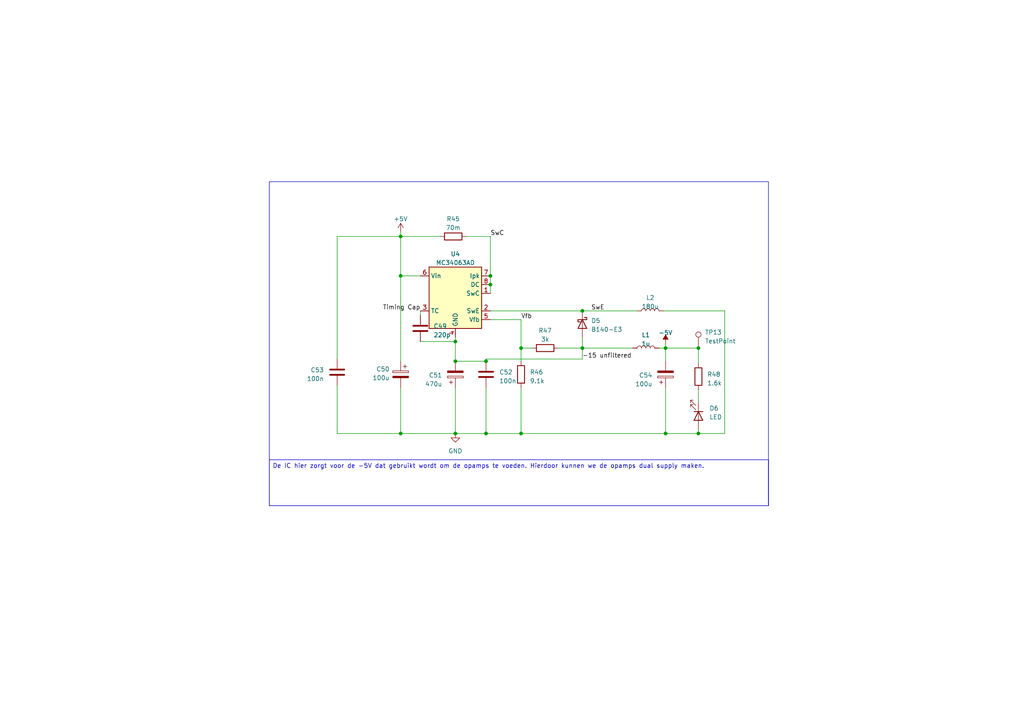
<source format=kicad_sch>
(kicad_sch (version 20230121) (generator eeschema)
  (paper "A4")
  (lib_symbols
    (symbol "Connector:TestPoint" (pin_numbers hide) (pin_names (offset 0.762) hide)
      (property "Reference" "TP" (at 0 6.858 0))
      (property "Value" "TestPoint" (at 0 5.08 0))
      (symbol "TestPoint_0_1"
        (circle (center 0 3.302) (radius 0.762))
      )
      (symbol "TestPoint_1_1"
        (pin passive line (at 0 0 90) (length 2.54) (name "1") (number "1"))
      )
    )
    (symbol "Device:C" (pin_numbers hide) (pin_names (offset 0.254))
      (property "Reference" "C" (at 0.635 2.54 0))
      (property "Value" "C" (at 0.635 -2.54 0))
      (symbol "C_0_1"
        (polyline (pts (xy -2.032 -0.762) (xy 2.032 -0.762)) (stroke (width 0.508)))
        (polyline (pts (xy -2.032 0.762) (xy 2.032 0.762)) (stroke (width 0.508)))
      )
      (symbol "C_1_1"
        (pin passive line (at 0 3.81 270) (length 2.794) (name "~") (number "1"))
        (pin passive line (at 0 -3.81 90) (length 2.794) (name "~") (number "2"))
      )
    )
    (symbol "Device:C_Polarized" (pin_numbers hide) (pin_names (offset 0.254))
      (property "Reference" "C" (at 0.635 2.54 0))
      (property "Value" "C_Polarized" (at 0.635 -2.54 0))
      (symbol "C_Polarized_0_1"
        (rectangle (start -2.286 0.508) (end 2.286 1.016))
        (polyline (pts (xy -1.778 2.286) (xy -0.762 2.286)))
        (polyline (pts (xy -1.27 2.794) (xy -1.27 1.778)))
        (rectangle (start 2.286 -0.508) (end -2.286 -1.016) (fill (type outline)))
      )
      (symbol "C_Polarized_1_1"
        (pin passive line (at 0 3.81 270) (length 2.794) (name "~") (number "1"))
        (pin passive line (at 0 -3.81 90) (length 2.794) (name "~") (number "2"))
      )
    )
    (symbol "Device:L" (pin_numbers hide) (pin_names (offset 1.016) hide)
      (property "Reference" "L" (at -1.27 0 90))
      (property "Value" "L" (at 1.905 0 90))
      (symbol "L_0_1"
        (arc (start 0 -2.54) (mid 0.6323 -1.905) (end 0 -1.27))
        (arc (start 0 -1.27) (mid 0.6323 -0.635) (end 0 0))
        (arc (start 0 0) (mid 0.6323 0.635) (end 0 1.27))
        (arc (start 0 1.27) (mid 0.6323 1.905) (end 0 2.54))
      )
      (symbol "L_1_1"
        (pin passive line (at 0 3.81 270) (length 1.27) (name "1") (number "1"))
        (pin passive line (at 0 -3.81 90) (length 1.27) (name "2") (number "2"))
      )
    )
    (symbol "Device:LED" (pin_numbers hide) (pin_names (offset 1.016) hide)
      (property "Reference" "D" (at 0 2.54 0))
      (property "Value" "LED" (at 0 -2.54 0))
      (symbol "LED_0_1"
        (polyline (pts (xy -1.27 -1.27) (xy -1.27 1.27)) (stroke (width 0.254)))
        (polyline (pts (xy -1.27 0) (xy 1.27 0)))
        (polyline (pts (xy 1.27 -1.27) (xy 1.27 1.27) (xy -1.27 0) (xy 1.27 -1.27)) (stroke (width 0.254)))
        (polyline (pts (xy -3.048 -0.762) (xy -4.572 -2.286) (xy -3.81 -2.286) (xy -4.572 -2.286) (xy -4.572 -1.524)))
        (polyline (pts (xy -1.778 -0.762) (xy -3.302 -2.286) (xy -2.54 -2.286) (xy -3.302 -2.286) (xy -3.302 -1.524)))
      )
      (symbol "LED_1_1"
        (pin passive line (at -3.81 0 0) (length 2.54) (name "K") (number "1"))
        (pin passive line (at 3.81 0 180) (length 2.54) (name "A") (number "2"))
      )
    )
    (symbol "Device:R" (pin_numbers hide) (pin_names (offset 0))
      (property "Reference" "R" (at 2.032 0 90))
      (property "Value" "R" (at 0 0 90))
      (symbol "R_0_1"
        (rectangle (start -1.016 -2.54) (end 1.016 2.54) (stroke (width 0.254)))
      )
      (symbol "R_1_1"
        (pin passive line (at 0 3.81 270) (length 1.27) (name "~") (number "1"))
        (pin passive line (at 0 -3.81 90) (length 1.27) (name "~") (number "2"))
      )
    )
    (symbol "Diode:B140-E3" (pin_numbers hide) (pin_names hide)
      (property "Reference" "D" (at 0 2.54 0))
      (property "Value" "B140-E3" (at 0 -2.54 0))
      (symbol "B140-E3_0_1"
        (polyline (pts (xy 1.27 0) (xy -1.27 0)))
        (polyline (pts (xy 1.27 1.27) (xy 1.27 -1.27) (xy -1.27 0) (xy 1.27 1.27)) (stroke (width 0.254)))
        (polyline (pts (xy -1.905 0.635) (xy -1.905 1.27) (xy -1.27 1.27) (xy -1.27 -1.27) (xy -0.635 -1.27) (xy -0.635 -0.635)) (stroke (width 0.254)))
      )
      (symbol "B140-E3_1_1"
        (pin passive line (at -3.81 0 0) (length 2.54) (name "K") (number "1"))
        (pin passive line (at 3.81 0 180) (length 2.54) (name "A") (number "2"))
      )
    )
    (symbol "Regulator_Switching:MC34063AD"
      (property "Reference" "U" (at -7.62 8.89 0))
      (property "Value" "MC34063AD" (at 0 8.89 0))
      (symbol "MC34063AD_0_1"
        (rectangle (start -7.62 7.62) (end 7.62 -10.16) (stroke (width 0.254)) (fill (type background)))
      )
      (symbol "MC34063AD_1_1"
        (pin open_collector line (at 10.16 0 180) (length 2.54) (name "SwC") (number "1"))
        (pin open_emitter line (at 10.16 -5.08 180) (length 2.54) (name "SwE") (number "2"))
        (pin passive line (at -10.16 -5.08 0) (length 2.54) (name "TC") (number "3"))
        (pin power_in line (at 0 -12.7 90) (length 2.54) (name "GND") (number "4"))
        (pin input line (at 10.16 -7.62 180) (length 2.54) (name "Vfb") (number "5"))
        (pin power_in line (at -10.16 5.08 0) (length 2.54) (name "Vin") (number "6"))
        (pin input line (at 10.16 5.08 180) (length 2.54) (name "Ipk") (number "7"))
        (pin open_collector line (at 10.16 2.54 180) (length 2.54) (name "DC") (number "8"))
      )
    )
    (symbol "power:+5V" (power) (pin_names (offset 0))
      (property "Value" "+5V" (at 0 3.556 0))
      (symbol "+5V_0_1"
        (polyline (pts (xy -0.762 1.27) (xy 0 2.54)))
        (polyline (pts (xy 0 0) (xy 0 2.54)))
        (polyline (pts (xy 0 2.54) (xy 0.762 1.27)))
      )
      (symbol "+5V_1_1"
        (pin power_in line (at 0 0 90) (length 0) hide (name "+5V") (number "1"))
      )
    )
    (symbol "power:-5V" (power) (pin_names (offset 0))
      (property "Value" "-5V" (at 0 3.81 0))
      (symbol "-5V_0_0"
        (pin power_in line (at 0 0 90) (length 0) hide (name "-5V") (number "1"))
      )
      (symbol "-5V_0_1"
        (polyline (pts (xy 0 0) (xy 0 1.27) (xy 0.762 1.27) (xy 0 2.54) (xy -0.762 1.27) (xy 0 1.27)) (fill (type outline)))
      )
    )
    (symbol "power:GND" (power) (pin_names (offset 0))
      (property "Value" "GND" (at 0 -3.81 0))
      (symbol "GND_0_1"
        (polyline (pts (xy 0 0) (xy 0 -1.27) (xy 1.27 -1.27) (xy 0 -2.54) (xy -1.27 -1.27) (xy 0 -1.27)))
      )
      (symbol "GND_1_1"
        (pin power_in line (at 0 0 270) (length 0) hide (name "GND") (number "1"))
      )
    )
  )
  (junction (at 140.97 125.73))
  (junction (at 202.565 125.73))
  (junction (at 151.13 100.965))
  (junction (at 193.04 100.965))
  (junction (at 142.24 80.01))
  (junction (at 168.91 100.965))
  (junction (at 140.97 104.775))
  (junction (at 116.205 80.01))
  (junction (at 132.08 99.06))
  (junction (at 202.565 100.965))
  (junction (at 168.91 90.17))
  (junction (at 132.08 125.73))
  (junction (at 132.08 104.775))
  (junction (at 193.04 125.73))
  (junction (at 116.205 125.73))
  (junction (at 142.24 82.55))
  (junction (at 151.13 125.73))
  (junction (at 116.205 68.58))
  (wire (pts (xy 202.565 100.33) (xy 202.565 100.965)))
  (wire (pts (xy 202.565 125.73) (xy 210.185 125.73)))
  (wire (pts (xy 168.91 90.17) (xy 184.785 90.17)))
  (wire (pts (xy 116.205 68.58) (xy 116.205 80.01)))
  (wire (pts (xy 202.565 125.73) (xy 193.04 125.73)))
  (wire (pts (xy 193.04 100.965) (xy 193.04 104.775)))
  (wire (pts (xy 192.405 90.17) (xy 210.185 90.17)))
  (wire (pts (xy 161.925 100.965) (xy 168.91 100.965)))
  (wire (pts (xy 202.565 100.965) (xy 202.565 105.41)))
  (wire (pts (xy 193.04 125.73) (xy 151.13 125.73)))
  (wire (pts (xy 116.205 68.58) (xy 97.79 68.58)))
  (wire (pts (xy 116.205 80.01) (xy 116.205 104.775)))
  (wire (pts (xy 116.205 67.31) (xy 116.205 68.58)))
  (wire (pts (xy 140.97 112.395) (xy 140.97 125.73)))
  (wire (pts (xy 142.24 80.01) (xy 142.24 82.55)))
  (wire (pts (xy 97.79 68.58) (xy 97.79 104.14)))
  (wire (pts (xy 97.79 125.73) (xy 116.205 125.73)))
  (wire (pts (xy 191.135 100.965) (xy 193.04 100.965)))
  (wire (pts (xy 151.13 112.395) (xy 151.13 125.73)))
  (wire (pts (xy 168.91 104.14) (xy 168.91 100.965)))
  (wire (pts (xy 135.255 68.58) (xy 142.24 68.58)))
  (wire (pts (xy 151.13 100.965) (xy 154.305 100.965)))
  (wire (pts (xy 142.24 68.58) (xy 142.24 80.01)))
  (wire (pts (xy 140.97 104.14) (xy 140.97 104.775)))
  (wire (pts (xy 132.08 99.06) (xy 132.08 97.79)))
  (wire (pts (xy 202.565 113.03) (xy 202.565 116.84)))
  (wire (pts (xy 168.91 100.965) (xy 183.515 100.965)))
  (wire (pts (xy 202.565 124.46) (xy 202.565 125.73)))
  (wire (pts (xy 132.08 104.775) (xy 140.97 104.775)))
  (wire (pts (xy 121.92 90.17) (xy 121.92 91.44)))
  (wire (pts (xy 142.24 82.55) (xy 142.24 85.09)))
  (wire (pts (xy 140.97 125.73) (xy 132.08 125.73)))
  (wire (pts (xy 116.205 80.01) (xy 121.92 80.01)))
  (wire (pts (xy 210.185 90.17) (xy 210.185 125.73)))
  (wire (pts (xy 151.13 100.965) (xy 151.13 104.775)))
  (wire (pts (xy 168.91 100.965) (xy 168.91 97.79)))
  (wire (pts (xy 168.91 104.14) (xy 140.97 104.14)))
  (wire (pts (xy 193.04 112.395) (xy 193.04 125.73)))
  (wire (pts (xy 116.205 112.395) (xy 116.205 125.73)))
  (wire (pts (xy 132.08 112.395) (xy 132.08 125.73)))
  (wire (pts (xy 127.635 68.58) (xy 116.205 68.58)))
  (wire (pts (xy 132.08 99.06) (xy 132.08 104.775)))
  (wire (pts (xy 142.24 90.17) (xy 168.91 90.17)))
  (wire (pts (xy 151.13 92.71) (xy 151.13 100.965)))
  (wire (pts (xy 121.92 99.06) (xy 132.08 99.06)))
  (wire (pts (xy 97.79 111.76) (xy 97.79 125.73)))
  (wire (pts (xy 193.04 99.695) (xy 193.04 100.965)))
  (wire (pts (xy 193.04 100.965) (xy 202.565 100.965)))
  (wire (pts (xy 142.24 92.71) (xy 151.13 92.71)))
  (wire (pts (xy 151.13 125.73) (xy 140.97 125.73)))
  (wire (pts (xy 116.205 125.73) (xy 132.08 125.73)))
  (rectangle (start 78.105 52.705) (end 222.885 146.685))
  (text_box "De IC hier zorgt voor de -5V dat gebruikt wordt om de opamps te voeden. Hierdoor kunnen we de opamps dual supply maken." (at 78.105 133.35 0) (size 144.78 13.335) (effects (font (size 1.27 1.27)) (justify left top)))
  (label "-15 unfiltered" (at 168.91 104.14 0))
  (label "Timing Cap" (at 121.92 90.17 180))
  (label "SwC" (at 142.24 68.58 0))
  (label "Vfb" (at 151.13 92.71 0))
  (label "SwE" (at 171.45 90.17 0))
  (symbol (lib_id "Device:R") (at 151.13 108.585 180) (unit 1)
    (property "Reference" "R46" (at 153.67 107.95 0) (effects (justify right)))
    (property "Value" "9.1k" (at 153.67 110.49 0) (effects (justify right)))
  )
  (symbol (lib_id "Device:C") (at 97.79 107.95 0) (mirror y) (unit 1)
    (property "Reference" "C53" (at 93.98 107.315 0) (effects (justify left)))
    (property "Value" "100n" (at 93.98 109.855 0) (effects (justify left)))
  )
  (symbol (lib_id "Device:R") (at 131.445 68.58 90) (unit 1)
    (property "Reference" "R45" (at 131.445 63.5 90))
    (property "Value" "70m" (at 131.445 66.04 90))
  )
  (symbol (lib_id "Device:C_Polarized") (at 132.08 108.585 0) (mirror x) (unit 1)
    (property "Reference" "C51" (at 128.27 108.839 0) (effects (justify right)))
    (property "Value" "470u" (at 128.27 111.379 0) (effects (justify right)))
  )
  (symbol (lib_id "Device:C") (at 140.97 108.585 0) (unit 1)
    (property "Reference" "C52" (at 144.78 107.95 0) (effects (justify left)))
    (property "Value" "100n" (at 144.78 110.49 0) (effects (justify left)))
  )
  (symbol (lib_id "Device:R") (at 158.115 100.965 270) (unit 1)
    (property "Reference" "R47" (at 158.115 95.885 90))
    (property "Value" "3k" (at 158.115 98.425 90))
  )
  (symbol (lib_id "Connector:TestPoint") (at 202.565 100.33 0) (unit 1)
    (property "Reference" "TP13" (at 204.47 96.393 0) (effects (justify left)))
    (property "Value" "TestPoint" (at 204.47 98.933 0) (effects (justify left)))
  )
  (symbol (lib_id "power:GND") (at 132.08 125.73 0) (unit 1)
    (property "Reference" "#PWR058" (effects hide))
    (property "Value" "GND" (at 132.08 130.81 0))
  )
  (symbol (lib_id "Regulator_Switching:MC34063AD") (at 132.08 85.09 0) (unit 1)
    (property "Reference" "U4" (at 132.08 73.66 0))
    (property "Value" "MC34063AD" (at 132.08 76.2 0))
    (property "Footprint" "Package_SO:SOIC-8_3.9x4.9mm_P1.27mm" (effects hide))
    (property "Datasheet" "http://www.onsemi.com/pub_link/Collateral/MC34063A-D.PDF" (effects hide))
  )
  (symbol (lib_id "Device:C") (at 121.92 95.25 0) (unit 1)
    (property "Reference" "C49" (at 125.73 94.615 0) (effects (justify left)))
    (property "Value" "220p" (at 125.73 97.155 0) (effects (justify left)))
  )
  (symbol (lib_id "power:+5V") (at 116.205 67.31 0) (unit 1)
    (property "Reference" "#PWR059" (effects hide))
    (property "Value" "+5V" (at 116.205 63.5 0))
  )
  (symbol (lib_id "Device:C_Polarized") (at 193.04 108.585 0) (mirror x) (unit 1)
    (property "Reference" "C54" (at 189.23 108.839 0) (effects (justify right)))
    (property "Value" "100u" (at 189.23 111.379 0) (effects (justify right)))
  )
  (symbol (lib_id "Device:LED") (at 202.565 120.65 270) (unit 1)
    (property "Reference" "D6" (at 205.74 118.4275 90) (effects (justify left)))
    (property "Value" "LED" (at 205.74 120.9675 90) (effects (justify left)))
  )
  (symbol (lib_id "Diode:B140-E3") (at 168.91 93.98 270) (unit 1)
    (property "Reference" "D5" (at 171.45 93.0275 90) (effects (justify left)))
    (property "Value" "B140-E3" (at 171.45 95.5675 90) (effects (justify left)))
    (property "Footprint" "Diode_SMD:D_SMA" (effects hide))
    (property "Datasheet" "http://www.vishay.com/docs/88946/b120.pdf" (effects hide))
  )
  (symbol (lib_id "Device:L") (at 188.595 90.17 90) (unit 1)
    (property "Reference" "L2" (at 188.595 86.36 90))
    (property "Value" "180u" (at 188.595 88.9 90))
  )
  (symbol (lib_id "Device:L") (at 187.325 100.965 90) (unit 1)
    (property "Reference" "L1" (at 187.325 97.155 90))
    (property "Value" "1u" (at 187.325 99.695 90))
  )
  (symbol (lib_id "Device:C_Polarized") (at 116.205 108.585 0) (mirror y) (unit 1)
    (property "Reference" "C50" (at 113.03 107.061 0) (effects (justify left)))
    (property "Value" "100u" (at 113.03 109.601 0) (effects (justify left)))
  )
  (symbol (lib_id "Device:R") (at 202.565 109.22 0) (unit 1)
    (property "Reference" "R48" (at 205.105 108.585 0) (effects (justify left)))
    (property "Value" "1.6k" (at 205.105 111.125 0) (effects (justify left)))
  )
  (symbol (lib_id "power:-5V") (at 193.04 99.695 0) (unit 1)
    (property "Reference" "#PWR060" (effects hide))
    (property "Value" "-5V" (at 193.04 96.52 0))
  )
)
</source>
